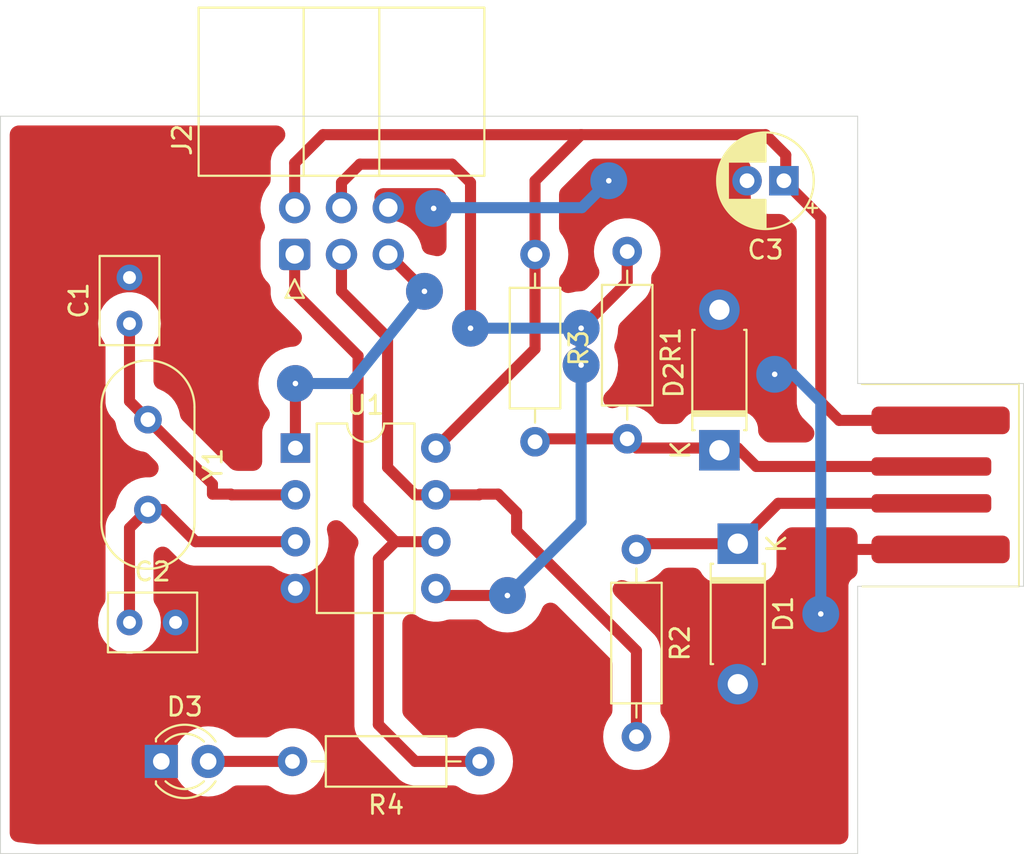
<source format=kicad_pcb>
(kicad_pcb (version 20240108) (generator "pcbnew") (generator_version "8.0")
  (title_block (title "RapideUSBMini board") (date "2024-03-19") (rev "1.0") (comment 1 "IMPORTANT: single sided since meant to be made at home"))
  (layers (0 "F.Cu" signal) (31 "B.Cu" signal) (34 "B.Paste" user) (35 "F.Paste" user) (36 "B.SilkS" user "B.Silkscreen") (37 "F.SilkS" user "F.Silkscreen") (38 "B.Mask" user) (39 "F.Mask" user) (44 "Edge.Cuts" user))
  (net 0 "")
  (net 1 "/XTAL1")
  (net 2 "GND")
  (net 3 "/XTAL2")
  (net 4 "+5V")
  (net 5 "Net-(D1-K)")
  (net 6 "Net-(D2-K)")
  (net 7 "Net-(D3-A)")
  (net 8 "/SCK")
  (net 9 "/MISO")
  (net 10 "/RST")
  (net 11 "/MOSI")
  (footprint "kalshagar:USB_PCB" (layer "F.Cu") (at 182.25 75.75)
    (property "Reference" "J1" (hide yes))
    (property "Value" "~")
    (fp_line (start -0.526576 -1.216367) (end 7.973424 -1.216367) (stroke (width 0.1)) (layer "F.SilkS"))
    (fp_line (start 7.998824 9.756348) (end -0.501176 9.756348) (stroke (width 0.1)) (layer "F.SilkS"))
    (fp_line (start 8 -1.25) (end 8 9.75) (stroke (width 0.1)) (layer "F.SilkS"))
    (pad "1" smd roundrect (at 3.75 0.75) (size 7.5 1.5) (layers "F.Cu" "F.Paste" "F.Mask") (net 4 "+5V"))
    (pad "2" smd roundrect (at 3.25 3.25) (size 6.5 1) (layers "F.Cu" "F.Paste" "F.Mask") (net 6 "Net-(D2-K)"))
    (pad "3" smd roundrect (at 3.25 5.25) (size 6.5 1) (layers "F.Cu" "F.Paste" "F.Mask") (net 5 "Net-(D1-K)"))
    (pad "4" smd roundrect (at 3.75 7.75) (size 7.5 1.5) (layers "F.Cu" "F.Paste" "F.Mask") (net 2 "GND"))
  )
  (footprint "Resistor_THT:R_Axial_DIN0207_L6.3mm_D2.5mm_P10.16mm_Horizontal" (layer "F.Cu") (at 169.5 83.5 -90)
    (property "Reference" "R2" (at 5.08 -2.37 90) (layer "F.SilkS"))
    (property "Value" "68")
    (fp_line (start 1.81 1.37) (end 8.35 1.37) (stroke (width 0.12)) (layer "F.SilkS"))
    (fp_line (start 8.35 1.37) (end 8.35 -1.37) (stroke (width 0.12)) (layer "F.SilkS"))
    (fp_line (start 1.04 0) (end 1.81 0) (stroke (width 0.12)) (layer "F.SilkS"))
    (fp_line (start 9.12 0) (end 8.35 0) (stroke (width 0.12)) (layer "F.SilkS"))
    (fp_line (start 1.81 -1.37) (end 1.81 1.37) (stroke (width 0.12)) (layer "F.SilkS"))
    (fp_line (start 8.35 -1.37) (end 1.81 -1.37) (stroke (width 0.12)) (layer "F.SilkS"))
    (pad "1" thru_hole circle (at 0 0 270) (size 1.6 1.6) (drill 0.8) (layers "*.Cu" "*.Mask") (net 5 "Net-(D1-K)"))
    (pad "2" thru_hole oval (at 10.16 0 270) (size 1.6 1.6) (drill 0.8) (layers "*.Cu" "*.Mask") (net 8 "/SCK"))
  )
  (footprint "Crystal:Crystal_HC49-U_Vertical" (layer "F.Cu") (at 143 76.46 -90)
    (property "Reference" "Y1" (at 2.44 -3.525 90) (layer "F.SilkS"))
    (property "Value" "12MHz")
    (fp_line (start -0.685 2.525) (end 5.565 2.525) (stroke (width 0.12)) (layer "F.SilkS"))
    (fp_line (start -0.685 -2.525) (end 5.565 -2.525) (stroke (width 0.12)) (layer "F.SilkS"))
    (fp_arc (start -0.685 2.525) (mid -3.21 0) (end -0.685 -2.525) (stroke (width 0.12)) (layer "F.SilkS"))
    (fp_arc (start 5.565 -2.525) (mid 8.09 0) (end 5.565 2.525) (stroke (width 0.12)) (layer "F.SilkS"))
    (pad "1" thru_hole circle (at 0 0 270) (size 1.5 1.5) (drill 0.8) (layers "*.Cu" "*.Mask") (net 1 "/XTAL1"))
    (pad "2" thru_hole circle (at 4.88 0 270) (size 1.5 1.5) (drill 0.8) (layers "*.Cu" "*.Mask") (net 3 "/XTAL2"))
  )
  (footprint "Connector_IDC:IDC-Header_2x03_P2.54mm_Horizontal" (layer "F.Cu") (at 150.96 67.5 90)
    (property "Reference" "J2" (at 6.215 -6.1 270) (layer "F.SilkS"))
    (property "Value" "AVR-ISP-6")
    (fp_line (start 13.39 -5.21) (end 13.39 10.29) (stroke (width 0.12)) (layer "F.SilkS"))
    (fp_line (start 4.27 -5.21) (end 13.39 -5.21) (stroke (width 0.12)) (layer "F.SilkS"))
    (fp_line (start -2.35 -0.5) (end -2.35 0.5) (stroke (width 0.12)) (layer "F.SilkS"))
    (fp_line (start -1.35 0) (end -2.35 -0.5) (stroke (width 0.12)) (layer "F.SilkS"))
    (fp_line (start 4.27 0.49) (end 13.39 0.49) (stroke (width 0.12)) (layer "F.SilkS"))
    (fp_line (start -2.35 0.5) (end -1.35 0) (stroke (width 0.12)) (layer "F.SilkS"))
    (fp_line (start 4.27 4.59) (end 13.39 4.59) (stroke (width 0.12)) (layer "F.SilkS"))
    (fp_line (start 13.39 10.29) (end 4.27 10.29) (stroke (width 0.12)) (layer "F.SilkS"))
    (fp_line (start 4.27 10.29) (end 4.27 -5.21) (stroke (width 0.12)) (layer "F.SilkS"))
    (pad "1" thru_hole roundrect (at 0 0 90) (size 1.7 1.7) (drill 1) (layers "*.Cu" "*.Mask") (roundrect_rratio 0.147059) (net 9 "/MISO"))
    (pad "2" thru_hole circle (at 2.54 0 90) (size 1.7 1.7) (drill 1) (layers "*.Cu" "*.Mask") (net 4 "+5V"))
    (pad "3" thru_hole circle (at 0 2.54 90) (size 1.7 1.7) (drill 1) (layers "*.Cu" "*.Mask") (net 8 "/SCK"))
    (pad "4" thru_hole circle (at 2.54 2.54 90) (size 1.7 1.7) (drill 1) (layers "*.Cu" "*.Mask") (net 11 "/MOSI"))
    (pad "5" thru_hole circle (at 0 5.08 90) (size 1.7 1.7) (drill 1) (layers "*.Cu" "*.Mask") (net 10 "/RST"))
    (pad "6" thru_hole circle (at 2.54 5.08 90) (size 1.7 1.7) (drill 1) (layers "*.Cu" "*.Mask") (net 2 "GND"))
  )
  (footprint "LED_THT:LED_D3.0mm_Clear" (layer "F.Cu") (at 143.725 95)
    (property "Reference" "D3" (at 1.27 -2.96 0) (layer "F.SilkS"))
    (property "Value" "LED")
    (fp_line (start -0.29 -1.236) (end -0.29 -1.08) (stroke (width 0.12)) (layer "F.SilkS"))
    (fp_line (start -0.29 1.08) (end -0.29 1.236) (stroke (width 0.12)) (layer "F.SilkS"))
    (fp_arc (start -0.29 -1.235516) (mid 1.366487 -1.987659) (end 2.942335 -1.078608) (stroke (width 0.12)) (layer "F.SilkS"))
    (fp_arc (start 0.229039 -1.08) (mid 1.270117 -1.5) (end 2.31113 -1.079837) (stroke (width 0.12)) (layer "F.SilkS"))
    (fp_arc (start 2.31113 1.079837) (mid 1.270117 1.5) (end 0.229039 1.08) (stroke (width 0.12)) (layer "F.SilkS"))
    (fp_arc (start 2.942335 1.078608) (mid 1.366487 1.987659) (end -0.29 1.235516) (stroke (width 0.12)) (layer "F.SilkS"))
    (pad "1" thru_hole rect (at 0 0) (size 1.8 1.8) (drill 0.9) (layers "*.Cu" "*.Mask") (net 2 "GND"))
    (pad "2" thru_hole circle (at 2.54 0) (size 1.8 1.8) (drill 0.9) (layers "*.Cu" "*.Mask") (net 7 "Net-(D3-A)"))
  )
  (footprint "Capacitor_THT:C_Rect_L4.6mm_W3.0mm_P2.50mm_MKS02_FKP02" (layer "F.Cu") (at 142 87.46)
    (property "Reference" "C2" (at 1.25 -2.75 0) (layer "F.SilkS"))
    (property "Value" "22pF")
    (fp_line (start -1.17 -1.62) (end -1.17 1.62) (stroke (width 0.12)) (layer "F.SilkS"))
    (fp_line (start -1.17 -1.62) (end 3.67 -1.62) (stroke (width 0.12)) (layer "F.SilkS"))
    (fp_line (start -1.17 1.62) (end 3.67 1.62) (stroke (width 0.12)) (layer "F.SilkS"))
    (fp_line (start 3.67 -1.62) (end 3.67 1.62) (stroke (width 0.12)) (layer "F.SilkS"))
    (pad "1" thru_hole circle (at 0 0) (size 1.4 1.4) (drill 0.7) (layers "*.Cu" "*.Mask") (net 3 "/XTAL2"))
    (pad "2" thru_hole circle (at 2.5 0) (size 1.4 1.4) (drill 0.7) (layers "*.Cu" "*.Mask") (net 2 "GND"))
  )
  (footprint "Diode_THT:D_DO-41_SOD81_P7.62mm_Horizontal" (layer "F.Cu") (at 174 78.12 90)
    (property "Reference" "D2" (at 3.81 -2.47 270) (layer "F.SilkS"))
    (property "Value" "3.6v")
    (fp_line (start 6.53 -1.47) (end 6.53 -1.34) (stroke (width 0.12)) (layer "F.SilkS"))
    (fp_line (start 2.11 -1.47) (end 2.11 1.47) (stroke (width 0.12)) (layer "F.SilkS"))
    (fp_line (start 1.99 -1.47) (end 1.99 1.47) (stroke (width 0.12)) (layer "F.SilkS"))
    (fp_line (start 1.87 -1.47) (end 1.87 1.47) (stroke (width 0.12)) (layer "F.SilkS"))
    (fp_line (start 1.09 -1.47) (end 6.53 -1.47) (stroke (width 0.12)) (layer "F.SilkS"))
    (fp_line (start 1.09 -1.34) (end 1.09 -1.47) (stroke (width 0.12)) (layer "F.SilkS"))
    (fp_line (start 1.09 1.34) (end 1.09 1.47) (stroke (width 0.12)) (layer "F.SilkS"))
    (fp_line (start 6.53 1.47) (end 6.53 1.34) (stroke (width 0.12)) (layer "F.SilkS"))
    (fp_line (start 1.09 1.47) (end 6.53 1.47) (stroke (width 0.12)) (layer "F.SilkS"))
    (fp_text user "K" (at 0 -2.1 270) (layer "F.SilkS"))
    (pad "1" thru_hole rect (at 0 0 90) (size 2.2 2.2) (drill 1.1) (layers "*.Cu" "*.Mask") (net 6 "Net-(D2-K)"))
    (pad "2" thru_hole oval (at 7.62 0 90) (size 2.2 2.2) (drill 1.1) (layers "*.Cu" "*.Mask") (net 2 "GND"))
  )
  (footprint "Resistor_THT:R_Axial_DIN0207_L6.3mm_D2.5mm_P10.16mm_Horizontal" (layer "F.Cu") (at 164 67.5 -90)
    (property "Reference" "R3" (at 5.08 -2.37 90) (layer "F.SilkS"))
    (property "Value" "1.5k")
    (fp_line (start 1.81 1.37) (end 8.35 1.37) (stroke (width 0.12)) (layer "F.SilkS"))
    (fp_line (start 8.35 1.37) (end 8.35 -1.37) (stroke (width 0.12)) (layer "F.SilkS"))
    (fp_line (start 1.04 0) (end 1.81 0) (stroke (width 0.12)) (layer "F.SilkS"))
    (fp_line (start 9.12 0) (end 8.35 0) (stroke (width 0.12)) (layer "F.SilkS"))
    (fp_line (start 1.81 -1.37) (end 1.81 1.37) (stroke (width 0.12)) (layer "F.SilkS"))
    (fp_line (start 8.35 -1.37) (end 1.81 -1.37) (stroke (width 0.12)) (layer "F.SilkS"))
    (pad "1" thru_hole circle (at 0 0 270) (size 1.6 1.6) (drill 0.8) (layers "*.Cu" "*.Mask") (net 4 "+5V"))
    (pad "2" thru_hole oval (at 10.16 0 270) (size 1.6 1.6) (drill 0.8) (layers "*.Cu" "*.Mask") (net 6 "Net-(D2-K)"))
  )
  (footprint "Resistor_THT:R_Axial_DIN0207_L6.3mm_D2.5mm_P10.16mm_Horizontal" (layer "F.Cu") (at 161 95 180)
    (property "Reference" "R4" (at 5.08 -2.37 180) (layer "F.SilkS"))
    (property "Value" "R")
    (fp_line (start 9.12 0) (end 8.35 0) (stroke (width 0.12)) (layer "F.SilkS"))
    (fp_line (start 8.35 1.37) (end 8.35 -1.37) (stroke (width 0.12)) (layer "F.SilkS"))
    (fp_line (start 8.35 -1.37) (end 1.81 -1.37) (stroke (width 0.12)) (layer "F.SilkS"))
    (fp_line (start 1.81 1.37) (end 8.35 1.37) (stroke (width 0.12)) (layer "F.SilkS"))
    (fp_line (start 1.81 -1.37) (end 1.81 1.37) (stroke (width 0.12)) (layer "F.SilkS"))
    (fp_line (start 1.04 0) (end 1.81 0) (stroke (width 0.12)) (layer "F.SilkS"))
    (pad "1" thru_hole circle (at 0 0 180) (size 1.6 1.6) (drill 0.8) (layers "*.Cu" "*.Mask") (net 9 "/MISO"))
    (pad "2" thru_hole oval (at 10.16 0 180) (size 1.6 1.6) (drill 0.8) (layers "*.Cu" "*.Mask") (net 7 "Net-(D3-A)"))
  )
  (footprint "Capacitor_THT:CP_Radial_D5.0mm_P2.00mm" (layer "F.Cu") (at 177.5 63.5 180)
    (property "Reference" "C3" (at 1 -3.75 180) (layer "F.SilkS"))
    (property "Value" "47uF+")
    (fp_line (start 3.601 -0.284) (end 3.601 0.284) (stroke (width 0.12)) (layer "F.SilkS"))
    (fp_line (start 3.561 -0.518) (end 3.561 0.518) (stroke (width 0.12)) (layer "F.SilkS"))
    (fp_line (start 3.521 -0.677) (end 3.521 0.677) (stroke (width 0.12)) (layer "F.SilkS"))
    (fp_line (start 3.481 -0.805) (end 3.481 0.805) (stroke (width 0.12)) (layer "F.SilkS"))
    (fp_line (start 3.441 -0.915) (end 3.441 0.915) (stroke (width 0.12)) (layer "F.SilkS"))
    (fp_line (start 3.401 -1.011) (end 3.401 1.011) (stroke (width 0.12)) (layer "F.SilkS"))
    (fp_line (start 3.361 -1.098) (end 3.361 1.098) (stroke (width 0.12)) (layer "F.SilkS"))
    (fp_line (start 3.321 -1.178) (end 3.321 1.178) (stroke (width 0.12)) (layer "F.SilkS"))
    (fp_line (start 3.281 -1.251) (end 3.281 1.251) (stroke (width 0.12)) (layer "F.SilkS"))
    (fp_line (start 3.241 -1.319) (end 3.241 1.319) (stroke (width 0.12)) (layer "F.SilkS"))
    (fp_line (start 3.201 -1.383) (end 3.201 1.383) (stroke (width 0.12)) (layer "F.SilkS"))
    (fp_line (start 3.161 -1.443) (end 3.161 1.443) (stroke (width 0.12)) (layer "F.SilkS"))
    (fp_line (start 3.121 -1.5) (end 3.121 1.5) (stroke (width 0.12)) (layer "F.SilkS"))
    (fp_line (start 3.081 -1.554) (end 3.081 1.554) (stroke (width 0.12)) (layer "F.SilkS"))
    (fp_line (start 3.041 -1.605) (end 3.041 1.605) (stroke (width 0.12)) (layer "F.SilkS"))
    (fp_line (start 3.001 1.04) (end 3.001 1.653) (stroke (width 0.12)) (layer "F.SilkS"))
    (fp_line (start 3.001 -1.653) (end 3.001 -1.04) (stroke (width 0.12)) (layer "F.SilkS"))
    (fp_line (start 2.961 1.04) (end 2.961 1.699) (stroke (width 0.12)) (layer "F.SilkS"))
    (fp_line (start 2.961 -1.699) (end 2.961 -1.04) (stroke (width 0.12)) (layer "F.SilkS"))
    (fp_line (start 2.921 1.04) (end 2.921 1.743) (stroke (width 0.12)) (layer "F.SilkS"))
    (fp_line (start 2.921 -1.743) (end 2.921 -1.04) (stroke (width 0.12)) (layer "F.SilkS"))
    (fp_line (start 2.881 1.04) (end 2.881 1.785) (stroke (width 0.12)) (layer "F.SilkS"))
    (fp_line (start 2.881 -1.785) (end 2.881 -1.04) (stroke (width 0.12)) (layer "F.SilkS"))
    (fp_line (start 2.841 1.04) (end 2.841 1.826) (stroke (width 0.12)) (layer "F.SilkS"))
    (fp_line (start 2.841 -1.826) (end 2.841 -1.04) (stroke (width 0.12)) (layer "F.SilkS"))
    (fp_line (start 2.801 1.04) (end 2.801 1.864) (stroke (width 0.12)) (layer "F.SilkS"))
    (fp_line (start 2.801 -1.864) (end 2.801 -1.04) (stroke (width 0.12)) (layer "F.SilkS"))
    (fp_line (start 2.761 1.04) (end 2.761 1.901) (stroke (width 0.12)) (layer "F.SilkS"))
    (fp_line (start 2.761 -1.901) (end 2.761 -1.04) (stroke (width 0.12)) (layer "F.SilkS"))
    (fp_line (start 2.721 1.04) (end 2.721 1.937) (stroke (width 0.12)) (layer "F.SilkS"))
    (fp_line (start 2.721 -1.937) (end 2.721 -1.04) (stroke (width 0.12)) (layer "F.SilkS"))
    (fp_line (start 2.681 1.04) (end 2.681 1.971) (stroke (width 0.12)) (layer "F.SilkS"))
    (fp_line (start 2.681 -1.971) (end 2.681 -1.04) (stroke (width 0.12)) (layer "F.SilkS"))
    (fp_line (start 2.641 1.04) (end 2.641 2.004) (stroke (width 0.12)) (layer "F.SilkS"))
    (fp_line (start 2.641 -2.004) (end 2.641 -1.04) (stroke (width 0.12)) (layer "F.SilkS"))
    (fp_line (start 2.601 1.04) (end 2.601 2.035) (stroke (width 0.12)) (layer "F.SilkS"))
    (fp_line (start 2.601 -2.035) (end 2.601 -1.04) (stroke (width 0.12)) (layer "F.SilkS"))
    (fp_line (start 2.561 1.04) (end 2.561 2.065) (stroke (width 0.12)) (layer "F.SilkS"))
    (fp_line (start 2.561 -2.065) (end 2.561 -1.04) (stroke (width 0.12)) (layer "F.SilkS"))
    (fp_line (start 2.521 1.04) (end 2.521 2.095) (stroke (width 0.12)) (layer "F.SilkS"))
    (fp_line (start 2.521 -2.095) (end 2.521 -1.04) (stroke (width 0.12)) (layer "F.SilkS"))
    (fp_line (start 2.481 1.04) (end 2.481 2.122) (stroke (width 0.12)) (layer "F.SilkS"))
    (fp_line (start 2.481 -2.122) (end 2.481 -1.04) (stroke (width 0.12)) (layer "F.SilkS"))
    (fp_line (start 2.441 1.04) (end 2.441 2.149) (stroke (width 0.12)) (layer "F.SilkS"))
    (fp_line (start 2.441 -2.149) (end 2.441 -1.04) (stroke (width 0.12)) (layer "F.SilkS"))
    (fp_line (start 2.401 1.04) (end 2.401 2.175) (stroke (width 0.12)) (layer "F.SilkS"))
    (fp_line (start 2.401 -2.175) (end 2.401 -1.04) (stroke (width 0.12)) (layer "F.SilkS"))
    (fp_line (start 2.361 1.04) (end 2.361 2.2) (stroke (width 0.12)) (layer "F.SilkS"))
    (fp_line (start 2.361 -2.2) (end 2.361 -1.04) (stroke (width 0.12)) (layer "F.SilkS"))
    (fp_line (start 2.321 1.04) (end 2.321 2.224) (stroke (width 0.12)) (layer "F.SilkS"))
    (fp_line (start 2.321 -2.224) (end 2.321 -1.04) (stroke (width 0.12)) (layer "F.SilkS"))
    (fp_line (start 2.281 1.04) (end 2.281 2.247) (stroke (width 0.12)) (layer "F.SilkS"))
    (fp_line (start 2.281 -2.247) (end 2.281 -1.04) (stroke (width 0.12)) (layer "F.SilkS"))
    (fp_line (start 2.241 1.04) (end 2.241 2.268) (stroke (width 0.12)) (layer "F.SilkS"))
    (fp_line (start 2.241 -2.268) (end 2.241 -1.04) (stroke (width 0.12)) (layer "F.SilkS"))
    (fp_line (start 2.201 1.04) (end 2.201 2.29) (stroke (width 0.12)) (layer "F.SilkS"))
    (fp_line (start 2.201 -2.29) (end 2.201 -1.04) (stroke (width 0.12)) (layer "F.SilkS"))
    (fp_line (start 2.161 1.04) (end 2.161 2.31) (stroke (width 0.12)) (layer "F.SilkS"))
    (fp_line (start 2.161 -2.31) (end 2.161 -1.04) (stroke (width 0.12)) (layer "F.SilkS"))
    (fp_line (start 2.121 1.04) (end 2.121 2.329) (stroke (width 0.12)) (layer "F.SilkS"))
    (fp_line (start 2.121 -2.329) (end 2.121 -1.04) (stroke (width 0.12)) (layer "F.SilkS"))
    (fp_line (start 2.081 1.04) (end 2.081 2.348) (stroke (width 0.12)) (layer "F.SilkS"))
    (fp_line (start 2.081 -2.348) (end 2.081 -1.04) (stroke (width 0.12)) (layer "F.SilkS"))
    (fp_line (start 2.041 1.04) (end 2.041 2.365) (stroke (width 0.12)) (layer "F.SilkS"))
    (fp_line (start 2.041 -2.365) (end 2.041 -1.04) (stroke (width 0.12)) (layer "F.SilkS"))
    (fp_line (start 2.001 1.04) (end 2.001 2.382) (stroke (width 0.12)) (layer "F.SilkS"))
    (fp_line (start 2.001 -2.382) (end 2.001 -1.04) (stroke (width 0.12)) (layer "F.SilkS"))
    (fp_line (start 1.961 1.04) (end 1.961 2.398) (stroke (width 0.12)) (layer "F.SilkS"))
    (fp_line (start 1.961 -2.398) (end 1.961 -1.04) (stroke (width 0.12)) (layer "F.SilkS"))
    (fp_line (start 1.921 1.04) (end 1.921 2.414) (stroke (width 0.12)) (layer "F.SilkS"))
    (fp_line (start 1.921 -2.414) (end 1.921 -1.04) (stroke (width 0.12)) (layer "F.SilkS"))
    (fp_line (start 1.881 1.04) (end 1.881 2.428) (stroke (width 0.12)) (layer "F.SilkS"))
    (fp_line (start 1.881 -2.428) (end 1.881 -1.04) (stroke (width 0.12)) (layer "F.SilkS"))
    (fp_line (start 1.841 1.04) (end 1.841 2.442) (stroke (width 0.12)) (layer "F.SilkS"))
    (fp_line (start 1.841 -2.442) (end 1.841 -1.04) (stroke (width 0.12)) (layer "F.SilkS"))
    (fp_line (start 1.801 1.04) (end 1.801 2.455) (stroke (width 0.12)) (layer "F.SilkS"))
    (fp_line (start 1.801 -2.455) (end 1.801 -1.04) (stroke (width 0.12)) (layer "F.SilkS"))
    (fp_line (start 1.761 1.04) (end 1.761 2.468) (stroke (width 0.12)) (layer "F.SilkS"))
    (fp_line (start 1.761 -2.468) (end 1.761 -1.04) (stroke (width 0.12)) (layer "F.SilkS"))
    (fp_line (start 1.721 1.04) (end 1.721 2.48) (stroke (width 0.12)) (layer "F.SilkS"))
    (fp_line (start 1.721 -2.48) (end 1.721 -1.04) (stroke (width 0.12)) (layer "F.SilkS"))
    (fp_line (start 1.68 1.04) (end 1.68 2.491) (stroke (width 0.12)) (layer "F.SilkS"))
    (fp_line (start 1.68 -2.491) (end 1.68 -1.04) (stroke (width 0.12)) (layer "F.SilkS"))
    (fp_line (start 1.64 1.04) (end 1.64 2.501) (stroke (width 0.12)) (layer "F.SilkS"))
    (fp_line (start 1.64 -2.501) (end 1.64 -1.04) (stroke (width 0.12)) (layer "F.SilkS"))
    (fp_line (start 1.6 1.04) (end 1.6 2.511) (stroke (width 0.12)) (layer "F.SilkS"))
    (fp_line (start 1.6 -2.511) (end 1.6 -1.04) (stroke (width 0.12)) (layer "F.SilkS"))
    (fp_line (start 1.56 1.04) (end 1.56 2.52) (stroke (width 0.12)) (layer "F.SilkS"))
    (fp_line (start 1.56 -2.52) (end 1.56 -1.04) (stroke (width 0.12)) (layer "F.SilkS"))
    (fp_line (start 1.52 1.04) (end 1.52 2.528) (stroke (width 0.12)) (layer "F.SilkS"))
    (fp_line (start 1.52 -2.528) (end 1.52 -1.04) (stroke (width 0.12)) (layer "F.SilkS"))
    (fp_line (start 1.48 1.04) (end 1.48 2.536) (stroke (width 0.12)) (layer "F.SilkS"))
    (fp_line (start 1.48 -2.536) (end 1.48 -1.04) (stroke (width 0.12)) (layer "F.SilkS"))
    (fp_line (start 1.44 1.04) (end 1.44 2.543) (stroke (width 0.12)) (layer "F.SilkS"))
    (fp_line (start 1.44 -2.543) (end 1.44 -1.04) (stroke (width 0.12)) (layer "F.SilkS"))
    (fp_line (start 1.4 1.04) (end 1.4 2.55) (stroke (width 0.12)) (layer "F.SilkS"))
    (fp_line (start 1.4 -2.55) (end 1.4 -1.04) (stroke (width 0.12)) (layer "F.SilkS"))
    (fp_line (start 1.36 1.04) (end 1.36 2.556) (stroke (width 0.12)) (layer "F.SilkS"))
    (fp_line (start 1.36 -2.556) (end 1.36 -1.04) (stroke (width 0.12)) (layer "F.SilkS"))
    (fp_line (start 1.32 1.04) (end 1.32 2.561) (stroke (width 0.12)) (layer "F.SilkS"))
    (fp_line (start 1.32 -2.561) (end 1.32 -1.04) (stroke (width 0.12)) (layer "F.SilkS"))
    (fp_line (start 1.28 1.04) (end 1.28 2.565) (stroke (width 0.12)) (layer "F.SilkS"))
    (fp_line (start 1.28 -2.565) (end 1.28 -1.04) (stroke (width 0.12)) (layer "F.SilkS"))
    (fp_line (start 1.24 1.04) (end 1.24 2.569) (stroke (width 0.12)) (layer "F.SilkS"))
    (fp_line (start 1.24 -2.569) (end 1.24 -1.04) (stroke (width 0.12)) (layer "F.SilkS"))
    (fp_line (start 1.2 1.04) (end 1.2 2.573) (stroke (width 0.12)) (layer "F.SilkS"))
    (fp_line (start 1.2 -2.573) (end 1.2 -1.04) (stroke (width 0.12)) (layer "F.SilkS"))
    (fp_line (start 1.16 1.04) (end 1.16 2.576) (stroke (width 0.12)) (layer "F.SilkS"))
    (fp_line (start 1.16 -2.576) (end 1.16 -1.04) (stroke (width 0.12)) (layer "F.SilkS"))
    (fp_line (start 1.12 1.04) (end 1.12 2.578) (stroke (width 0.12)) (layer "F.SilkS"))
    (fp_line (start 1.12 -2.578) (end 1.12 -1.04) (stroke (width 0.12)) (layer "F.SilkS"))
    (fp_line (start 1.08 1.04) (end 1.08 2.579) (stroke (width 0.12)) (layer "F.SilkS"))
    (fp_line (start 1.08 -2.579) (end 1.08 -1.04) (stroke (width 0.12)) (layer "F.SilkS"))
    (fp_line (start 1.04 1.04) (end 1.04 2.58) (stroke (width 0.12)) (layer "F.SilkS"))
    (fp_line (start 1.04 -2.58) (end 1.04 -1.04) (stroke (width 0.12)) (layer "F.SilkS"))
    (fp_line (start 1 1.04) (end 1 2.58) (stroke (width 0.12)) (layer "F.SilkS"))
    (fp_line (start 1 -2.58) (end 1 -1.04) (stroke (width 0.12)) (layer "F.SilkS"))
    (fp_line (start -1.554775 -1.725) (end -1.554775 -1.225) (stroke (width 0.12)) (layer "F.SilkS"))
    (fp_line (start -1.804775 -1.475) (end -1.304775 -1.475) (stroke (width 0.12)) (layer "F.SilkS"))
    (fp_circle (center 1 0) (end 3.62 0) (stroke (width 0.12)) (fill none) (layer "F.SilkS"))
    (pad "1" thru_hole rect (at 0 0 180) (size 1.6 1.6) (drill 0.8) (layers "*.Cu" "*.Mask") (net 4 "+5V"))
    (pad "2" thru_hole circle (at 2 0 180) (size 1.6 1.6) (drill 0.8) (layers "*.Cu" "*.Mask") (net 2 "GND"))
  )
  (footprint "Capacitor_THT:C_Rect_L4.6mm_W3.0mm_P2.50mm_MKS02_FKP02" (layer "F.Cu") (at 142 71.25 90)
    (property "Reference" "C1" (at 1.25 -2.75 270) (layer "F.SilkS"))
    (property "Value" "22pF")
    (fp_line (start 3.67 -1.62) (end 3.67 1.62) (stroke (width 0.12)) (layer "F.SilkS"))
    (fp_line (start -1.17 -1.62) (end 3.67 -1.62) (stroke (width 0.12)) (layer "F.SilkS"))
    (fp_line (start -1.17 -1.62) (end -1.17 1.62) (stroke (width 0.12)) (layer "F.SilkS"))
    (fp_line (start -1.17 1.62) (end 3.67 1.62) (stroke (width 0.12)) (layer "F.SilkS"))
    (pad "1" thru_hole circle (at 0 0 90) (size 1.4 1.4) (drill 0.7) (layers "*.Cu" "*.Mask") (net 1 "/XTAL1"))
    (pad "2" thru_hole circle (at 2.5 0 90) (size 1.4 1.4) (drill 0.7) (layers "*.Cu" "*.Mask") (net 2 "GND"))
  )
  (footprint "Package_DIP:DIP-8_W7.62mm" (layer "F.Cu") (at 151 78)
    (property "Reference" "U1" (at 3.81 -2.33 0) (layer "F.SilkS"))
    (property "Value" "ATtiny85-20P")
    (fp_line (start 1.16 -1.33) (end 1.16 8.95) (stroke (width 0.12)) (layer "F.SilkS"))
    (fp_line (start 1.16 8.95) (end 6.46 8.95) (stroke (width 0.12)) (layer "F.SilkS"))
    (fp_line (start 2.81 -1.33) (end 1.16 -1.33) (stroke (width 0.12)) (layer "F.SilkS"))
    (fp_line (start 6.46 -1.33) (end 4.81 -1.33) (stroke (width 0.12)) (layer "F.SilkS"))
    (fp_line (start 6.46 8.95) (end 6.46 -1.33) (stroke (width 0.12)) (layer "F.SilkS"))
    (fp_arc (start 4.81 -1.33) (mid 3.81 -0.33) (end 2.81 -1.33) (stroke (width 0.12)) (layer "F.SilkS"))
    (pad "1" thru_hole rect (at 0 0) (size 1.6 1.6) (drill 0.8) (layers "*.Cu" "*.Mask") (net 10 "/RST"))
    (pad "2" thru_hole oval (at 0 2.54) (size 1.6 1.6) (drill 0.8) (layers "*.Cu" "*.Mask") (net 1 "/XTAL1"))
    (pad "3" thru_hole oval (at 0 5.08) (size 1.6 1.6) (drill 0.8) (layers "*.Cu" "*.Mask") (net 3 "/XTAL2"))
    (pad "4" thru_hole oval (at 0 7.62) (size 1.6 1.6) (drill 0.8) (layers "*.Cu" "*.Mask") (net 2 "GND"))
    (pad "5" thru_hole oval (at 7.62 7.62) (size 1.6 1.6) (drill 0.8) (layers "*.Cu" "*.Mask") (net 11 "/MOSI"))
    (pad "6" thru_hole oval (at 7.62 5.08) (size 1.6 1.6) (drill 0.8) (layers "*.Cu" "*.Mask") (net 9 "/MISO"))
    (pad "7" thru_hole oval (at 7.62 2.54) (size 1.6 1.6) (drill 0.8) (layers "*.Cu" "*.Mask") (net 8 "/SCK"))
    (pad "8" thru_hole oval (at 7.62 0) (size 1.6 1.6) (drill 0.8) (layers "*.Cu" "*.Mask") (net 4 "+5V"))
  )
  (footprint "Diode_THT:D_DO-41_SOD81_P7.62mm_Horizontal" (layer "F.Cu") (at 175 83.19 -90)
    (property "Reference" "D1" (at 3.81 -2.47 90) (layer "F.SilkS"))
    (property "Value" "3.6v")
    (fp_line (start 1.09 1.47) (end 6.53 1.47) (stroke (width 0.12)) (layer "F.SilkS"))
    (fp_line (start 6.53 1.47) (end 6.53 1.34) (stroke (width 0.12)) (layer "F.SilkS"))
    (fp_line (start 1.09 1.34) (end 1.09 1.47) (stroke (width 0.12)) (layer "F.SilkS"))
    (fp_line (start 1.09 -1.34) (end 1.09 -1.47) (stroke (width 0.12)) (layer "F.SilkS"))
    (fp_line (start 1.09 -1.47) (end 6.53 -1.47) (stroke (width 0.12)) (layer "F.SilkS"))
    (fp_line (start 1.87 -1.47) (end 1.87 1.47) (stroke (width 0.12)) (layer "F.SilkS"))
    (fp_line (start 1.99 -1.47) (end 1.99 1.47) (stroke (width 0.12)) (layer "F.SilkS"))
    (fp_line (start 2.11 -1.47) (end 2.11 1.47) (stroke (width 0.12)) (layer "F.SilkS"))
    (fp_line (start 6.53 -1.47) (end 6.53 -1.34) (stroke (width 0.12)) (layer "F.SilkS"))
    (fp_text user "K" (at 0 -2.1 90) (layer "F.SilkS"))
    (pad "1" thru_hole rect (at 0 0 270) (size 2.2 2.2) (drill 1.1) (layers "*.Cu" "*.Mask") (net 5 "Net-(D1-K)"))
    (pad "2" thru_hole oval (at 7.62 0 270) (size 2.2 2.2) (drill 1.1) (layers "*.Cu" "*.Mask") (net 2 "GND"))
  )
  (footprint "Resistor_THT:R_Axial_DIN0207_L6.3mm_D2.5mm_P10.16mm_Horizontal" (layer "F.Cu") (at 169 67.34 -90)
    (property "Reference" "R1" (at 5.08 -2.37 90) (layer "F.SilkS"))
    (property "Value" "68")
    (fp_line (start 1.81 1.37) (end 8.35 1.37) (stroke (width 0.12)) (layer "F.SilkS"))
    (fp_line (start 8.35 1.37) (end 8.35 -1.37) (stroke (width 0.12)) (layer "F.SilkS"))
    (fp_line (start 1.04 0) (end 1.81 0) (stroke (width 0.12)) (layer "F.SilkS"))
    (fp_line (start 9.12 0) (end 8.35 0) (stroke (width 0.12)) (layer "F.SilkS"))
    (fp_line (start 1.81 -1.37) (end 1.81 1.37) (stroke (width 0.12)) (layer "F.SilkS"))
    (fp_line (start 8.35 -1.37) (end 1.81 -1.37) (stroke (width 0.12)) (layer "F.SilkS"))
    (pad "1" thru_hole circle (at 0 0 270) (size 1.6 1.6) (drill 0.8) (layers "*.Cu" "*.Mask") (net 11 "/MOSI"))
    (pad "2" thru_hole oval (at 10.16 0 270) (size 1.6 1.6) (drill 0.8) (layers "*.Cu" "*.Mask") (net 6 "Net-(D2-K)"))
  )
  (gr_line (start 181.5 60) (end 181.5 74.5) (stroke (width 0.05)) (layer "Edge.Cuts"))
  (gr_line (start 181.5 100) (end 135 100) (stroke (width 0.05)) (layer "Edge.Cuts"))
  (gr_line (start 190.5 74.5) (end 190.5 85.5) (stroke (width 0.05)) (layer "Edge.Cuts"))
  (gr_line (start 135 100) (end 135 60) (stroke (width 0.05)) (layer "Edge.Cuts"))
  (gr_line (start 181.5 85.5) (end 181.5 100) (stroke (width 0.05)) (layer "Edge.Cuts"))
  (gr_line (start 190.5 85.5) (end 181.5 85.5) (stroke (width 0.05)) (layer "Edge.Cuts"))
  (gr_line (start 181.5 74.5) (end 190.5 74.5) (stroke (width 0.05)) (layer "Edge.Cuts"))
  (gr_line (start 135 60) (end 181.5 60) (stroke (width 0.05)) (layer "Edge.Cuts"))
  (segment (start 142 71.25) (end 142 75.46) (width 0.6) (layer "F.Cu") (net 1))
  (segment (start 146.5 80.5) (end 147.5 80.5) (width 0.6) (layer "F.Cu") (net 1))
  (segment (start 146.5 79.96) (end 146.5 80.5) (width 0.6) (layer "F.Cu") (net 1))
  (segment (start 147.5 80.5) (end 147.54 80.54) (width 0.6) (layer "F.Cu") (net 1))
  (segment (start 143 76.46) (end 146.5 79.96) (width 0.6) (layer "F.Cu") (net 1))
  (segment (start 147.54 80.54) (end 151 80.54) (width 0.6) (layer "F.Cu") (net 1))
  (segment (start 142 75.46) (end 143 76.46) (width 0.6) (layer "F.Cu") (net 1))
  (segment (start 186 83.5) (end 180.5 83.5) (width 0.6) (layer "F.Cu") (net 2))
  (segment (start 175 63.9) (end 175.4 63.5) (width 0.6) (layer "F.Cu") (net 2))
  (segment (start 179.5 84.5) (end 179.5 87) (width 0.6) (layer "F.Cu") (net 2))
  (segment (start 178.69 90.81) (end 175 90.81) (width 0.6) (layer "F.Cu") (net 2))
  (segment (start 179.5 87) (end 179.5 90) (width 0.6) (layer "F.Cu") (net 2))
  (segment (start 180.5 83.5) (end 179.5 84.5) (width 0.6) (layer "F.Cu") (net 2))
  (segment (start 177 73) (end 177 74) (width 0.6) (layer "F.Cu") (net 2))
  (segment (start 179.5 90) (end 178.69 90.81) (width 0.6) (layer "F.Cu") (net 2))
  (via (at 168 63.5) (size 2) (drill 0.3) (layers "F.Cu" "B.Cu") (net 2))
  (via (at 177 74) (size 2) (drill 0.3) (layers "F.Cu" "B.Cu") (net 2))
  (via (at 158.5 65) (size 2) (drill 0.3) (layers "F.Cu" "B.Cu") (net 2))
  (via (at 179.5 87) (size 2) (drill 0.3) (layers "F.Cu" "B.Cu") (net 2))
  (segment (start 178 74) (end 179.5 75.5) (width 0.6) (layer "B.Cu") (net 2))
  (segment (start 158.46 64.96) (end 158.5 65) (width 0.6) (layer "B.Cu") (net 2))
  (segment (start 158.54 64.96) (end 166.54 64.96) (width 0.6) (layer "B.Cu") (net 2))
  (segment (start 158.54 64.96) (end 159.04 64.96) (width 0.6) (layer "B.Cu") (net 2))
  (segment (start 158.5 65) (end 158.54 64.96) (width 0.6) (layer "B.Cu") (net 2))
  (segment (start 177 74) (end 178 74) (width 0.6) (layer "B.Cu") (net 2))
  (segment (start 179.5 75.5) (end 179.5 87) (width 0.6) (layer "B.Cu") (net 2))
  (segment (start 166.54 64.96) (end 168 63.5) (width 0.6) (layer "B.Cu") (net 2))
  (segment (start 145.58 83.08) (end 151 83.08) (width 0.6) (layer "F.Cu") (net 3))
  (segment (start 142 82.34) (end 142 87.46) (width 0.6) (layer "F.Cu") (net 3))
  (segment (start 143 81.34) (end 142 82.34) (width 0.6) (layer "F.Cu") (net 3))
  (segment (start 143.84 81.34) (end 145.58 83.08) (width 0.6) (layer "F.Cu") (net 3))
  (segment (start 143 81.34) (end 143.84 81.34) (width 0.6) (layer "F.Cu") (net 3))
  (segment (start 164 63.5) (end 166.5 61) (width 0.6) (layer "F.Cu") (net 4))
  (segment (start 177.6 63.6) (end 179.5 65.5) (width 0.6) (layer "F.Cu") (net 4))
  (segment (start 152.5 61) (end 150.96 62.54) (width 0.6) (layer "F.Cu") (net 4))
  (segment (start 180.5 76.5) (end 186 76.5) (width 0.6) (layer "F.Cu") (net 4))
  (segment (start 164 72.62) (end 158.62 78) (width 0.6) (layer "F.Cu") (net 4))
  (segment (start 176.5 61) (end 177.6 62.1) (width 0.6) (layer "F.Cu") (net 4))
  (segment (start 164 67.5) (end 164 63.5) (width 0.6) (layer "F.Cu") (net 4))
  (segment (start 164 67.5) (end 164 72.62) (width 0.6) (layer "F.Cu") (net 4))
  (segment (start 179.5 75.5) (end 180.5 76.5) (width 0.6) (layer "F.Cu") (net 4))
  (segment (start 166.5 61) (end 176.5 61) (width 0.6) (layer "F.Cu") (net 4))
  (segment (start 166.5 61) (end 152.5 61) (width 0.6) (layer "F.Cu") (net 4))
  (segment (start 179.5 65.5) (end 179.5 75.5) (width 0.6) (layer "F.Cu") (net 4))
  (segment (start 177.6 62.1) (end 177.6 63.6) (width 0.6) (layer "F.Cu") (net 4))
  (segment (start 150.96 62.54) (end 150.96 64.96) (width 0.6) (layer "F.Cu") (net 4))
  (segment (start 185.5 81) (end 177.19 81) (width 0.6) (layer "F.Cu") (net 5))
  (segment (start 175 83.19) (end 169.81 83.19) (width 0.6) (layer "F.Cu") (net 5))
  (segment (start 169.81 83.19) (end 169.5 83.5) (width 0.6) (layer "F.Cu") (net 5))
  (segment (start 177.19 81) (end 175 83.19) (width 0.6) (layer "F.Cu") (net 5))
  (segment (start 176 79) (end 175 78) (width 0.6) (layer "F.Cu") (net 6))
  (segment (start 169.5 78) (end 169 77.5) (width 0.6) (layer "F.Cu") (net 6))
  (segment (start 185.5 79) (end 176 79) (width 0.6) (layer "F.Cu") (net 6))
  (segment (start 175 78) (end 169.5 78) (width 0.6) (layer "F.Cu") (net 6))
  (segment (start 164.16 77.5) (end 164 77.66) (width 0.6) (layer "F.Cu") (net 6))
  (segment (start 169 77.5) (end 164.16 77.5) (width 0.6) (layer "F.Cu") (net 6))
  (segment (start 150.84 95) (end 146.265 95) (width 0.6) (layer "F.Cu") (net 7))
  (segment (start 163 81.5) (end 162 80.5) (width 0.6) (layer "F.Cu") (net 8))
  (segment (start 163 82.5) (end 163 81.5) (width 0.6) (layer "F.Cu") (net 8))
  (segment (start 169.5 93.66) (end 169.5 89) (width 0.6) (layer "F.Cu") (net 8))
  (segment (start 156 79.05137) (end 157.48863 80.54) (width 0.6) (layer "F.Cu") (net 8))
  (segment (start 153.5 69.5) (end 156 72) (width 0.6) (layer "F.Cu") (net 8))
  (segment (start 153.5 67.5) (end 153.5 69.5) (width 0.6) (layer "F.Cu") (net 8))
  (segment (start 160.96 80.54) (end 158.62 80.54) (width 0.6) (layer "F.Cu") (net 8))
  (segment (start 162 80.5) (end 161 80.5) (width 0.6) (layer "F.Cu") (net 8))
  (segment (start 169.5 89) (end 163 82.5) (width 0.6) (layer "F.Cu") (net 8))
  (segment (start 161 80.5) (end 160.96 80.54) (width 0.6) (layer "F.Cu") (net 8))
  (segment (start 157.48863 80.54) (end 158.62 80.54) (width 0.6) (layer "F.Cu") (net 8))
  (segment (start 156 72) (end 156 79.05137) (width 0.6) (layer "F.Cu") (net 8))
  (segment (start 150.96 69.56) (end 154.4 73) (width 0.6) (layer "F.Cu") (net 9))
  (segment (start 154.4 73) (end 154.4 81.06) (width 0.6) (layer "F.Cu") (net 9))
  (segment (start 157.5 95) (end 161 95) (width 0.6) (layer "F.Cu") (net 9))
  (segment (start 158.62 83.08) (end 156.42 83.08) (width 0.6) (layer "F.Cu") (net 9))
  (segment (start 150.96 67.5) (end 150.96 69.56) (width 0.6) (layer "F.Cu") (net 9))
  (segment (start 156.42 83.08) (end 155.5 84) (width 0.6) (layer "F.Cu") (net 9))
  (segment (start 154.4 81.06) (end 156.42 83.08) (width 0.6) (layer "F.Cu") (net 9))
  (segment (start 155.5 84) (end 155.5 93) (width 0.6) (layer "F.Cu") (net 9))
  (segment (start 155.5 93) (end 157.5 95) (width 0.6) (layer "F.Cu") (net 9))
  (segment (start 158 69.46) (end 156.04 67.5) (width 0.6) (layer "F.Cu") (net 10))
  (segment (start 158 69.5) (end 158 69.46) (width 0.6) (layer "F.Cu") (net 10))
  (segment (start 151 78) (end 151 74.5) (width 0.6) (layer "F.Cu") (net 10))
  (via (at 151 74.5) (size 2) (drill 0.3) (layers "F.Cu" "B.Cu") (net 10))
  (via (at 158 69.5) (size 2) (drill 0.3) (layers "F.Cu" "B.Cu") (net 10))
  (segment (start 154 74.5) (end 151 74.5) (width 0.6) (layer "B.Cu") (net 10))
  (segment (start 158 69.5) (end 154 74.5) (width 0.6) (layer "B.Cu") (net 10))
  (segment (start 169 67.34) (end 169 69) (width 0.6) (layer "F.Cu") (net 11))
  (segment (start 159 86) (end 158.62 85.62) (width 0.6) (layer "F.Cu") (net 11))
  (segment (start 166.5 71.5) (end 166.5 72) (width 0.6) (layer "F.Cu") (net 11))
  (segment (start 169 69) (end 166.5 71.5) (width 0.6) (layer "F.Cu") (net 11))
  (segment (start 153.5 63.6) (end 153.5 64.96) (width 0.6) (layer "F.Cu") (net 11))
  (segment (start 160.5 63.6) (end 159.5 62.6) (width 0.6) (layer "F.Cu") (net 11))
  (segment (start 166.5 72) (end 166.5 73) (width 0.6) (layer "F.Cu") (net 11))
  (segment (start 160.5 71.5) (end 160.5 63.6) (width 0.6) (layer "F.Cu") (net 11))
  (segment (start 154.5 62.6) (end 153.5 63.6) (width 0.6) (layer "F.Cu") (net 11))
  (segment (start 159.5 62.6) (end 154.5 62.6) (width 0.6) (layer "F.Cu") (net 11))
  (segment (start 162.5 86) (end 159 86) (width 0.6) (layer "F.Cu") (net 11))
  (via (at 166.5 71.5) (size 2) (drill 0.3) (layers "F.Cu" "B.Cu") (net 11))
  (via (at 162.5 86) (size 2) (drill 0.3) (layers "F.Cu" "B.Cu") (net 11))
  (via (at 160.5 71.5) (size 2) (drill 0.3) (layers "F.Cu" "B.Cu") (net 11))
  (via (at 166.5 73.5) (size 2) (drill 0.3) (layers "F.Cu" "B.Cu") (net 11))
  (segment (start 166.5 71.5) (end 166.5 73.5) (width 0.6) (layer "B.Cu") (net 11))
  (segment (start 166.5 73.5) (end 166.5 82) (width 0.6) (layer "B.Cu") (net 11))
  (segment (start 160.5 71.5) (end 166.5 71.5) (width 0.6) (layer "B.Cu") (net 11))
  (segment (start 166.5 82) (end 162.5 86) (width 0.6) (layer "B.Cu") (net 11))
  (zone (net 2) (net_name "GND") (layer "F.Cu") (connect_pads yes (clearance 0.6)) (min_thickness 1) (fill yes (thermal_gap 0.5) (thermal_bridge_width 1))
    (polygon (pts (xy 135.5 59.5) (xy 181.5 59) (xy 181.5 99.5) (xy 137 99.5) (xy 135.5 99.333333)))
  )
)
</source>
